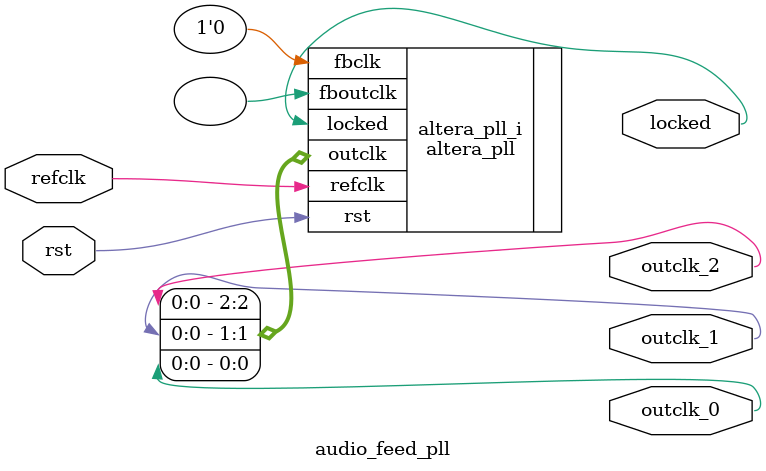
<source format=v>
`timescale 1ns/10ps
module  audio_feed_pll(

	// interface 'refclk'
	input wire refclk,

	// interface 'reset'
	input wire rst,

	// interface 'outclk0'
	output wire outclk_0,

	// interface 'outclk1'
	output wire outclk_1,

	// interface 'outclk2'
	output wire outclk_2,

	// interface 'locked'
	output wire locked
);

	altera_pll #(
		.fractional_vco_multiplier("false"),
		.reference_clock_frequency("50.0 MHz"),
		.operation_mode("normal"),
		.number_of_clocks(3),
		.output_clock_frequency0("100.000000 MHz"),
		.phase_shift0("0 ps"),
		.duty_cycle0(50),
		.output_clock_frequency1("100.000000 MHz"),
		.phase_shift1("7500 ps"),
		.duty_cycle1(50),
		.output_clock_frequency2("10.000000 MHz"),
		.phase_shift2("0 ps"),
		.duty_cycle2(50),
		.output_clock_frequency3("0 MHz"),
		.phase_shift3("0 ps"),
		.duty_cycle3(50),
		.output_clock_frequency4("0 MHz"),
		.phase_shift4("0 ps"),
		.duty_cycle4(50),
		.output_clock_frequency5("0 MHz"),
		.phase_shift5("0 ps"),
		.duty_cycle5(50),
		.output_clock_frequency6("0 MHz"),
		.phase_shift6("0 ps"),
		.duty_cycle6(50),
		.output_clock_frequency7("0 MHz"),
		.phase_shift7("0 ps"),
		.duty_cycle7(50),
		.output_clock_frequency8("0 MHz"),
		.phase_shift8("0 ps"),
		.duty_cycle8(50),
		.output_clock_frequency9("0 MHz"),
		.phase_shift9("0 ps"),
		.duty_cycle9(50),
		.output_clock_frequency10("0 MHz"),
		.phase_shift10("0 ps"),
		.duty_cycle10(50),
		.output_clock_frequency11("0 MHz"),
		.phase_shift11("0 ps"),
		.duty_cycle11(50),
		.output_clock_frequency12("0 MHz"),
		.phase_shift12("0 ps"),
		.duty_cycle12(50),
		.output_clock_frequency13("0 MHz"),
		.phase_shift13("0 ps"),
		.duty_cycle13(50),
		.output_clock_frequency14("0 MHz"),
		.phase_shift14("0 ps"),
		.duty_cycle14(50),
		.output_clock_frequency15("0 MHz"),
		.phase_shift15("0 ps"),
		.duty_cycle15(50),
		.output_clock_frequency16("0 MHz"),
		.phase_shift16("0 ps"),
		.duty_cycle16(50),
		.output_clock_frequency17("0 MHz"),
		.phase_shift17("0 ps"),
		.duty_cycle17(50),
		.pll_type("General"),
		.pll_subtype("General")
	) altera_pll_i (
		.rst	(rst),
		.outclk	({outclk_2, outclk_1, outclk_0}),
		.locked	(locked),
		.fboutclk	( ),
		.fbclk	(1'b0),
		.refclk	(refclk)
	);
endmodule


</source>
